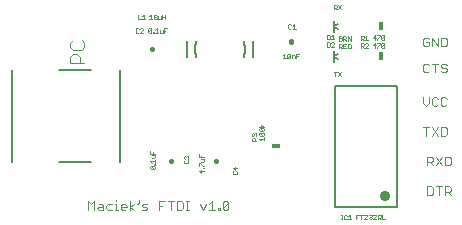
<source format=gto>
G75*
%MOIN*%
%OFA0B0*%
%FSLAX25Y25*%
%IPPOS*%
%LPD*%
%AMOC8*
5,1,8,0,0,1.08239X$1,22.5*
%
%ADD10C,0.00300*%
%ADD11C,0.00100*%
%ADD12C,0.01500*%
%ADD13C,0.00500*%
%ADD14C,0.00400*%
%ADD15C,0.00800*%
%ADD16C,0.03482*%
%ADD17C,0.00787*%
%ADD18R,0.03000X0.01500*%
%ADD19R,0.01500X0.03000*%
D10*
X0026830Y0010630D02*
X0026830Y0013532D01*
X0027798Y0012565D01*
X0028765Y0013532D01*
X0028765Y0010630D01*
X0029777Y0011114D02*
X0030260Y0010630D01*
X0031712Y0010630D01*
X0031712Y0012081D01*
X0031228Y0012565D01*
X0030260Y0012565D01*
X0030260Y0011597D02*
X0031712Y0011597D01*
X0032723Y0011114D02*
X0033207Y0010630D01*
X0034658Y0010630D01*
X0035670Y0010630D02*
X0036637Y0010630D01*
X0036154Y0010630D02*
X0036154Y0012565D01*
X0035670Y0012565D01*
X0034658Y0012565D02*
X0033207Y0012565D01*
X0032723Y0012081D01*
X0032723Y0011114D01*
X0030260Y0011597D02*
X0029777Y0011114D01*
X0036154Y0013532D02*
X0036154Y0014016D01*
X0037634Y0012081D02*
X0038118Y0012565D01*
X0039085Y0012565D01*
X0039569Y0012081D01*
X0039569Y0011597D01*
X0037634Y0011597D01*
X0037634Y0011114D02*
X0037634Y0012081D01*
X0037634Y0011114D02*
X0038118Y0010630D01*
X0039085Y0010630D01*
X0040581Y0010630D02*
X0040581Y0013532D01*
X0042032Y0012565D02*
X0040581Y0011597D01*
X0042032Y0010630D01*
X0044509Y0010630D02*
X0045961Y0010630D01*
X0046444Y0011114D01*
X0045961Y0011597D01*
X0044993Y0011597D01*
X0044509Y0012081D01*
X0044993Y0012565D01*
X0046444Y0012565D01*
X0043520Y0013049D02*
X0043520Y0014016D01*
X0043520Y0013049D02*
X0043036Y0012565D01*
X0050402Y0012081D02*
X0051370Y0012081D01*
X0050402Y0010630D02*
X0050402Y0013532D01*
X0052337Y0013532D01*
X0053349Y0013532D02*
X0055284Y0013532D01*
X0054316Y0013532D02*
X0054316Y0010630D01*
X0056295Y0010630D02*
X0057747Y0010630D01*
X0058230Y0011114D01*
X0058230Y0013049D01*
X0057747Y0013532D01*
X0056295Y0013532D01*
X0056295Y0010630D01*
X0059242Y0010630D02*
X0060209Y0010630D01*
X0059726Y0010630D02*
X0059726Y0013532D01*
X0060209Y0013532D02*
X0059242Y0013532D01*
X0064153Y0012565D02*
X0065120Y0010630D01*
X0066088Y0012565D01*
X0067099Y0012565D02*
X0068067Y0013532D01*
X0068067Y0010630D01*
X0069034Y0010630D02*
X0067099Y0010630D01*
X0070046Y0010630D02*
X0070530Y0010630D01*
X0070530Y0011114D01*
X0070046Y0011114D01*
X0070046Y0010630D01*
X0071519Y0011114D02*
X0073454Y0013049D01*
X0073454Y0011114D01*
X0072970Y0010630D01*
X0072003Y0010630D01*
X0071519Y0011114D01*
X0071519Y0013049D01*
X0072003Y0013532D01*
X0072970Y0013532D01*
X0073454Y0013049D01*
X0138430Y0038332D02*
X0140365Y0038332D01*
X0139398Y0038332D02*
X0139398Y0035430D01*
X0141377Y0035430D02*
X0143312Y0038332D01*
X0144323Y0038332D02*
X0145775Y0038332D01*
X0146258Y0037849D01*
X0146258Y0035914D01*
X0145775Y0035430D01*
X0144323Y0035430D01*
X0144323Y0038332D01*
X0141377Y0038332D02*
X0143312Y0035430D01*
X0142617Y0028412D02*
X0144552Y0025510D01*
X0145563Y0025510D02*
X0147015Y0025510D01*
X0147498Y0025994D01*
X0147498Y0027929D01*
X0147015Y0028412D01*
X0145563Y0028412D01*
X0145563Y0025510D01*
X0142617Y0025510D02*
X0144552Y0028412D01*
X0141605Y0027929D02*
X0141605Y0026961D01*
X0141121Y0026477D01*
X0139670Y0026477D01*
X0139670Y0025510D02*
X0139670Y0028412D01*
X0141121Y0028412D01*
X0141605Y0027929D01*
X0140638Y0026477D02*
X0141605Y0025510D01*
X0141121Y0018492D02*
X0139670Y0018492D01*
X0139670Y0015590D01*
X0141121Y0015590D01*
X0141605Y0016074D01*
X0141605Y0018009D01*
X0141121Y0018492D01*
X0142617Y0018492D02*
X0144552Y0018492D01*
X0143584Y0018492D02*
X0143584Y0015590D01*
X0145563Y0015590D02*
X0145563Y0018492D01*
X0147015Y0018492D01*
X0147498Y0018009D01*
X0147498Y0017041D01*
X0147015Y0016557D01*
X0145563Y0016557D01*
X0146531Y0016557D02*
X0147498Y0015590D01*
X0145775Y0045350D02*
X0144807Y0045350D01*
X0144323Y0045834D01*
X0144323Y0047769D01*
X0144807Y0048252D01*
X0145775Y0048252D01*
X0146258Y0047769D01*
X0143312Y0047769D02*
X0142828Y0048252D01*
X0141860Y0048252D01*
X0141377Y0047769D01*
X0141377Y0045834D01*
X0141860Y0045350D01*
X0142828Y0045350D01*
X0143312Y0045834D01*
X0145775Y0045350D02*
X0146258Y0045834D01*
X0140365Y0046317D02*
X0140365Y0048252D01*
X0138430Y0048252D02*
X0138430Y0046317D01*
X0139398Y0045350D01*
X0140365Y0046317D01*
X0139881Y0056510D02*
X0140365Y0056994D01*
X0139881Y0056510D02*
X0138914Y0056510D01*
X0138430Y0056994D01*
X0138430Y0058929D01*
X0138914Y0059412D01*
X0139881Y0059412D01*
X0140365Y0058929D01*
X0141377Y0059412D02*
X0143312Y0059412D01*
X0142344Y0059412D02*
X0142344Y0056510D01*
X0144323Y0056994D02*
X0144807Y0056510D01*
X0145775Y0056510D01*
X0146258Y0056994D01*
X0146258Y0057477D01*
X0145775Y0057961D01*
X0144807Y0057961D01*
X0144323Y0058445D01*
X0144323Y0058929D01*
X0144807Y0059412D01*
X0145775Y0059412D01*
X0146258Y0058929D01*
X0145775Y0065190D02*
X0144323Y0065190D01*
X0144323Y0068092D01*
X0145775Y0068092D01*
X0146258Y0067609D01*
X0146258Y0065674D01*
X0145775Y0065190D01*
X0143312Y0065190D02*
X0143312Y0068092D01*
X0141377Y0068092D02*
X0143312Y0065190D01*
X0141377Y0065190D02*
X0141377Y0068092D01*
X0140365Y0067609D02*
X0139881Y0068092D01*
X0138914Y0068092D01*
X0138430Y0067609D01*
X0138430Y0065674D01*
X0138914Y0065190D01*
X0139881Y0065190D01*
X0140365Y0065674D01*
X0140365Y0066641D01*
X0139398Y0066641D01*
D11*
X0125458Y0066001D02*
X0125458Y0065000D01*
X0125208Y0064750D01*
X0124707Y0064750D01*
X0124457Y0065000D01*
X0125458Y0066001D01*
X0125208Y0066251D01*
X0124707Y0066251D01*
X0124457Y0066001D01*
X0124457Y0065000D01*
X0123985Y0066001D02*
X0122984Y0065000D01*
X0122984Y0064750D01*
X0122261Y0064750D02*
X0122261Y0066251D01*
X0121510Y0065501D01*
X0122511Y0065501D01*
X0122984Y0066251D02*
X0123985Y0066251D01*
X0123985Y0066001D01*
X0124707Y0067310D02*
X0124457Y0067560D01*
X0125458Y0068561D01*
X0125458Y0067560D01*
X0125208Y0067310D01*
X0124707Y0067310D01*
X0124457Y0067560D02*
X0124457Y0068561D01*
X0124707Y0068811D01*
X0125208Y0068811D01*
X0125458Y0068561D01*
X0123985Y0068561D02*
X0122984Y0067560D01*
X0122984Y0067310D01*
X0122261Y0067310D02*
X0122261Y0068811D01*
X0121510Y0068061D01*
X0122511Y0068061D01*
X0122984Y0068811D02*
X0123985Y0068811D01*
X0123985Y0068561D01*
X0119998Y0067250D02*
X0118997Y0067250D01*
X0118525Y0067250D02*
X0118024Y0067750D01*
X0118274Y0067750D02*
X0117524Y0067750D01*
X0117524Y0067250D02*
X0117524Y0068751D01*
X0118274Y0068751D01*
X0118525Y0068501D01*
X0118525Y0068001D01*
X0118274Y0067750D01*
X0118997Y0068251D02*
X0119497Y0068751D01*
X0119497Y0067250D01*
X0119247Y0066191D02*
X0118997Y0065941D01*
X0119247Y0066191D02*
X0119748Y0066191D01*
X0119998Y0065941D01*
X0119998Y0065691D01*
X0118997Y0064690D01*
X0119998Y0064690D01*
X0118525Y0064690D02*
X0118024Y0065190D01*
X0118274Y0065190D02*
X0117524Y0065190D01*
X0117524Y0064690D02*
X0117524Y0066191D01*
X0118274Y0066191D01*
X0118525Y0065941D01*
X0118525Y0065441D01*
X0118274Y0065190D01*
X0114178Y0064750D02*
X0114178Y0065751D01*
X0113928Y0066001D01*
X0113177Y0066001D01*
X0113177Y0064500D01*
X0113928Y0064500D01*
X0114178Y0064750D01*
X0112705Y0064500D02*
X0111704Y0064500D01*
X0111704Y0066001D01*
X0112705Y0066001D01*
X0112204Y0065251D02*
X0111704Y0065251D01*
X0111231Y0065251D02*
X0110981Y0065000D01*
X0110230Y0065000D01*
X0110230Y0064500D02*
X0110230Y0066001D01*
X0110981Y0066001D01*
X0111231Y0065751D01*
X0111231Y0065251D01*
X0110731Y0065000D02*
X0111231Y0064500D01*
X0108718Y0064940D02*
X0107717Y0064940D01*
X0108718Y0065941D01*
X0108718Y0066191D01*
X0108468Y0066441D01*
X0107967Y0066441D01*
X0107717Y0066191D01*
X0107245Y0066191D02*
X0106994Y0066441D01*
X0106244Y0066441D01*
X0106244Y0064940D01*
X0106994Y0064940D01*
X0107245Y0065190D01*
X0107245Y0066191D01*
X0106994Y0067500D02*
X0107245Y0067750D01*
X0107245Y0068751D01*
X0106994Y0069001D01*
X0106244Y0069001D01*
X0106244Y0067500D01*
X0106994Y0067500D01*
X0107717Y0067500D02*
X0108718Y0067500D01*
X0108217Y0067500D02*
X0108217Y0069001D01*
X0107717Y0068501D01*
X0110230Y0068311D02*
X0110230Y0067310D01*
X0110481Y0067060D01*
X0110981Y0067060D01*
X0111231Y0067310D01*
X0111231Y0067811D01*
X0110731Y0067811D01*
X0111231Y0068311D02*
X0110981Y0068561D01*
X0110481Y0068561D01*
X0110230Y0068311D01*
X0111704Y0068561D02*
X0111704Y0067060D01*
X0111704Y0067560D02*
X0112454Y0067560D01*
X0112705Y0067811D01*
X0112705Y0068311D01*
X0112454Y0068561D01*
X0111704Y0068561D01*
X0113177Y0068561D02*
X0114178Y0067060D01*
X0114178Y0068561D01*
X0113177Y0068561D02*
X0113177Y0067060D01*
X0112705Y0067060D02*
X0112204Y0067560D01*
X0097071Y0062611D02*
X0096070Y0062611D01*
X0096070Y0061110D01*
X0095598Y0061110D02*
X0095598Y0061861D01*
X0095347Y0062111D01*
X0094597Y0062111D01*
X0094597Y0061110D01*
X0094124Y0061360D02*
X0093874Y0061110D01*
X0093374Y0061110D01*
X0093123Y0061360D01*
X0094124Y0062361D01*
X0094124Y0061360D01*
X0093123Y0061360D02*
X0093123Y0062361D01*
X0093374Y0062611D01*
X0093874Y0062611D01*
X0094124Y0062361D01*
X0092651Y0061110D02*
X0091650Y0061110D01*
X0092151Y0061110D02*
X0092151Y0062611D01*
X0091650Y0062111D01*
X0096070Y0061861D02*
X0096570Y0061861D01*
X0108570Y0056671D02*
X0109571Y0056671D01*
X0110043Y0056671D02*
X0111044Y0055170D01*
X0110043Y0055170D02*
X0111044Y0056671D01*
X0109071Y0056671D02*
X0109071Y0055170D01*
X0085170Y0039093D02*
X0084670Y0038342D01*
X0084169Y0039093D01*
X0083669Y0038342D02*
X0085170Y0038342D01*
X0084920Y0037870D02*
X0085170Y0037620D01*
X0085170Y0037119D01*
X0084920Y0036869D01*
X0083919Y0037870D01*
X0084920Y0037870D01*
X0083919Y0037870D02*
X0083669Y0037620D01*
X0083669Y0037119D01*
X0083919Y0036869D01*
X0084920Y0036869D01*
X0084920Y0036397D02*
X0085170Y0036146D01*
X0085170Y0035646D01*
X0084920Y0035396D01*
X0083919Y0036397D01*
X0084920Y0036397D01*
X0083919Y0036397D02*
X0083669Y0036146D01*
X0083669Y0035646D01*
X0083919Y0035396D01*
X0084920Y0035396D01*
X0085170Y0034923D02*
X0085170Y0033923D01*
X0085170Y0034423D02*
X0083669Y0034423D01*
X0084169Y0033923D01*
X0082750Y0033643D02*
X0081249Y0033643D01*
X0081249Y0034394D01*
X0081499Y0034644D01*
X0082000Y0034644D01*
X0082250Y0034394D01*
X0082250Y0033643D01*
X0082250Y0034144D02*
X0082750Y0034644D01*
X0082500Y0035117D02*
X0082750Y0035367D01*
X0082750Y0035867D01*
X0082500Y0036118D01*
X0082250Y0036118D01*
X0082000Y0035867D01*
X0082000Y0035617D01*
X0082000Y0035867D02*
X0081749Y0036118D01*
X0081499Y0036118D01*
X0081249Y0035867D01*
X0081249Y0035367D01*
X0081499Y0035117D01*
X0064420Y0028637D02*
X0064420Y0028137D01*
X0064169Y0027664D02*
X0065170Y0027664D01*
X0065170Y0026914D01*
X0064920Y0026663D01*
X0064169Y0026663D01*
X0063919Y0026191D02*
X0064920Y0025190D01*
X0065170Y0025190D01*
X0065170Y0024704D02*
X0065170Y0024454D01*
X0064920Y0024454D01*
X0064920Y0024704D01*
X0065170Y0024704D01*
X0065170Y0023731D02*
X0063669Y0023731D01*
X0064420Y0022980D01*
X0064420Y0023981D01*
X0063669Y0025190D02*
X0063669Y0026191D01*
X0063919Y0026191D01*
X0063669Y0028137D02*
X0063669Y0029138D01*
X0063669Y0028137D02*
X0065170Y0028137D01*
X0060150Y0027887D02*
X0059900Y0027637D01*
X0060150Y0027887D02*
X0060150Y0028387D01*
X0059900Y0028638D01*
X0059650Y0028638D01*
X0059400Y0028387D01*
X0059400Y0028137D01*
X0059400Y0028387D02*
X0059149Y0028638D01*
X0058899Y0028638D01*
X0058649Y0028387D01*
X0058649Y0027887D01*
X0058899Y0027637D01*
X0058899Y0027164D02*
X0058649Y0026914D01*
X0058649Y0026414D01*
X0058899Y0026163D01*
X0059900Y0026163D01*
X0060150Y0026414D01*
X0060150Y0026914D01*
X0059900Y0027164D01*
X0048930Y0026931D02*
X0047429Y0026931D01*
X0047929Y0026430D01*
X0048680Y0025944D02*
X0048930Y0025944D01*
X0048930Y0025694D01*
X0048680Y0025694D01*
X0048680Y0025944D01*
X0048930Y0026430D02*
X0048930Y0027431D01*
X0048680Y0027903D02*
X0048930Y0028154D01*
X0048930Y0028904D01*
X0047929Y0028904D01*
X0048180Y0029377D02*
X0048180Y0029877D01*
X0048930Y0029377D02*
X0047429Y0029377D01*
X0047429Y0030378D01*
X0047929Y0027903D02*
X0048680Y0027903D01*
X0048680Y0025221D02*
X0048930Y0024971D01*
X0048930Y0024471D01*
X0048680Y0024220D01*
X0047679Y0025221D01*
X0048680Y0025221D01*
X0047679Y0025221D02*
X0047429Y0024971D01*
X0047429Y0024471D01*
X0047679Y0024220D01*
X0048680Y0024220D01*
X0074889Y0024667D02*
X0075640Y0023917D01*
X0075640Y0024918D01*
X0076390Y0024667D02*
X0074889Y0024667D01*
X0075139Y0023444D02*
X0074889Y0023194D01*
X0074889Y0022694D01*
X0075139Y0022443D01*
X0076140Y0022443D01*
X0076390Y0022694D01*
X0076390Y0023194D01*
X0076140Y0023444D01*
X0110955Y0008952D02*
X0111456Y0008952D01*
X0111206Y0008952D02*
X0111206Y0007451D01*
X0111456Y0007451D02*
X0110955Y0007451D01*
X0111938Y0007701D02*
X0112188Y0007451D01*
X0112688Y0007451D01*
X0112939Y0007701D01*
X0113411Y0007451D02*
X0114412Y0007451D01*
X0113911Y0007451D02*
X0113911Y0008952D01*
X0113411Y0008452D01*
X0112939Y0008702D02*
X0112688Y0008952D01*
X0112188Y0008952D01*
X0111938Y0008702D01*
X0111938Y0007701D01*
X0115851Y0007567D02*
X0115851Y0009068D01*
X0116852Y0009068D01*
X0117325Y0009068D02*
X0118325Y0009068D01*
X0117825Y0009068D02*
X0117825Y0007567D01*
X0118798Y0007567D02*
X0119799Y0008568D01*
X0119799Y0008818D01*
X0119549Y0009068D01*
X0119048Y0009068D01*
X0118798Y0008818D01*
X0118798Y0007567D02*
X0119799Y0007567D01*
X0120271Y0007817D02*
X0120521Y0007567D01*
X0121022Y0007567D01*
X0121272Y0007817D01*
X0121272Y0008068D01*
X0121022Y0008318D01*
X0120772Y0008318D01*
X0121022Y0008318D02*
X0121272Y0008568D01*
X0121272Y0008818D01*
X0121022Y0009068D01*
X0120521Y0009068D01*
X0120271Y0008818D01*
X0121744Y0008818D02*
X0121995Y0009068D01*
X0122495Y0009068D01*
X0122745Y0008818D01*
X0122745Y0008568D01*
X0121744Y0007567D01*
X0122745Y0007567D01*
X0123218Y0007567D02*
X0123218Y0009068D01*
X0123968Y0009068D01*
X0124218Y0008818D01*
X0124218Y0008318D01*
X0123968Y0008068D01*
X0123218Y0008068D01*
X0123718Y0008068D02*
X0124218Y0007567D01*
X0124691Y0007567D02*
X0124691Y0009068D01*
X0124691Y0007567D02*
X0125692Y0007567D01*
X0116352Y0008318D02*
X0115851Y0008318D01*
X0051977Y0069670D02*
X0051977Y0071171D01*
X0052978Y0071171D01*
X0052477Y0070421D02*
X0051977Y0070421D01*
X0051505Y0070671D02*
X0051505Y0069670D01*
X0050754Y0069670D01*
X0050504Y0069920D01*
X0050504Y0070671D01*
X0049531Y0071171D02*
X0049030Y0070671D01*
X0049531Y0071171D02*
X0049531Y0069670D01*
X0050031Y0069670D02*
X0049030Y0069670D01*
X0048544Y0069670D02*
X0048294Y0069670D01*
X0048294Y0069920D01*
X0048544Y0069920D01*
X0048544Y0069670D01*
X0047821Y0069920D02*
X0047571Y0069670D01*
X0047071Y0069670D01*
X0046821Y0069920D01*
X0047821Y0070921D01*
X0047821Y0069920D01*
X0046821Y0069920D02*
X0046821Y0070921D01*
X0047071Y0071171D01*
X0047571Y0071171D01*
X0047821Y0070921D01*
X0045038Y0070861D02*
X0044788Y0071111D01*
X0044287Y0071111D01*
X0044037Y0070861D01*
X0043565Y0070861D02*
X0043314Y0071111D01*
X0042814Y0071111D01*
X0042564Y0070861D01*
X0042564Y0069860D01*
X0042814Y0069610D01*
X0043314Y0069610D01*
X0043565Y0069860D01*
X0044037Y0069610D02*
X0045038Y0070611D01*
X0045038Y0070861D01*
X0045038Y0069610D02*
X0044037Y0069610D01*
X0044351Y0074270D02*
X0043350Y0074270D01*
X0043350Y0075771D01*
X0044823Y0075271D02*
X0045324Y0075771D01*
X0045324Y0074270D01*
X0045824Y0074270D02*
X0044823Y0074270D01*
X0047070Y0074110D02*
X0048071Y0074110D01*
X0047571Y0074110D02*
X0047571Y0075611D01*
X0047070Y0075111D01*
X0048543Y0075111D02*
X0048543Y0075361D01*
X0048794Y0075611D01*
X0049294Y0075611D01*
X0049544Y0075361D01*
X0049544Y0075111D01*
X0049294Y0074861D01*
X0048794Y0074861D01*
X0048543Y0075111D01*
X0048794Y0074861D02*
X0048543Y0074610D01*
X0048543Y0074360D01*
X0048794Y0074110D01*
X0049294Y0074110D01*
X0049544Y0074360D01*
X0049544Y0074610D01*
X0049294Y0074861D01*
X0050017Y0075111D02*
X0050017Y0074360D01*
X0050267Y0074110D01*
X0051018Y0074110D01*
X0051018Y0075111D01*
X0051490Y0074861D02*
X0052491Y0074861D01*
X0052491Y0075611D02*
X0052491Y0074110D01*
X0051490Y0074110D02*
X0051490Y0075611D01*
X0093390Y0072341D02*
X0093390Y0071340D01*
X0093640Y0071090D01*
X0094141Y0071090D01*
X0094391Y0071340D01*
X0094863Y0071090D02*
X0095864Y0071090D01*
X0095364Y0071090D02*
X0095364Y0072591D01*
X0094863Y0072091D01*
X0094391Y0072341D02*
X0094141Y0072591D01*
X0093640Y0072591D01*
X0093390Y0072341D01*
X0108570Y0077490D02*
X0108570Y0078991D01*
X0109321Y0078991D01*
X0109571Y0078741D01*
X0109571Y0078241D01*
X0109321Y0077990D01*
X0108570Y0077990D01*
X0109071Y0077990D02*
X0109571Y0077490D01*
X0110043Y0077490D02*
X0111044Y0078991D01*
X0110043Y0078991D02*
X0111044Y0077490D01*
D12*
X0094360Y0066910D02*
X0094360Y0066690D01*
X0048160Y0064350D02*
X0048160Y0064130D01*
X0054250Y0026800D02*
X0054470Y0026800D01*
X0069250Y0026800D02*
X0069470Y0026800D01*
D13*
X0037470Y0026446D02*
X0037470Y0057154D01*
X0037470Y0054398D02*
X0037470Y0050068D01*
X0027628Y0057154D02*
X0016998Y0057154D01*
X0001250Y0057154D02*
X0001250Y0026446D01*
X0016998Y0026446D02*
X0027628Y0026446D01*
X0037470Y0029202D02*
X0037470Y0033532D01*
D14*
X0025383Y0059464D02*
X0020779Y0059464D01*
X0020779Y0061766D01*
X0021547Y0062533D01*
X0023081Y0062533D01*
X0023849Y0061766D01*
X0023849Y0059464D01*
X0024616Y0064068D02*
X0021547Y0064068D01*
X0020779Y0064835D01*
X0020779Y0066370D01*
X0021547Y0067137D01*
X0024616Y0067137D02*
X0025383Y0066370D01*
X0025383Y0064835D01*
X0024616Y0064068D01*
D15*
X0108691Y0063611D02*
X0108691Y0061800D01*
X0109911Y0062720D01*
X0108691Y0061800D02*
X0108691Y0059989D01*
X0109911Y0060940D02*
X0108752Y0061700D01*
X0108691Y0069989D02*
X0108691Y0071800D01*
X0109911Y0072720D01*
X0108691Y0073611D02*
X0108691Y0071800D01*
X0108752Y0071700D02*
X0109911Y0070940D01*
X0109124Y0051879D02*
X0109124Y0011721D01*
X0129596Y0011721D01*
X0129596Y0051879D01*
X0109124Y0051879D01*
D16*
X0125758Y0015265D03*
D17*
X0081664Y0061681D02*
X0081664Y0066799D01*
X0062766Y0066799D02*
X0062707Y0066608D01*
X0062652Y0066415D01*
X0062602Y0066222D01*
X0062556Y0066027D01*
X0062515Y0065831D01*
X0062479Y0065634D01*
X0062448Y0065436D01*
X0062421Y0065238D01*
X0062400Y0065039D01*
X0062383Y0064840D01*
X0062371Y0064640D01*
X0062363Y0064440D01*
X0062361Y0064240D01*
X0062363Y0064040D01*
X0062371Y0063840D01*
X0062383Y0063640D01*
X0062400Y0063441D01*
X0062421Y0063242D01*
X0062448Y0063044D01*
X0062479Y0062846D01*
X0062515Y0062649D01*
X0062556Y0062453D01*
X0062602Y0062258D01*
X0062652Y0062065D01*
X0062707Y0061872D01*
X0062766Y0061681D01*
X0059617Y0061681D02*
X0059617Y0066799D01*
X0078514Y0066799D02*
X0078573Y0066608D01*
X0078628Y0066415D01*
X0078678Y0066222D01*
X0078724Y0066027D01*
X0078765Y0065831D01*
X0078801Y0065634D01*
X0078832Y0065436D01*
X0078859Y0065238D01*
X0078880Y0065039D01*
X0078897Y0064840D01*
X0078909Y0064640D01*
X0078917Y0064440D01*
X0078919Y0064240D01*
X0078917Y0064040D01*
X0078909Y0063840D01*
X0078897Y0063640D01*
X0078880Y0063441D01*
X0078859Y0063242D01*
X0078832Y0063044D01*
X0078801Y0062846D01*
X0078765Y0062649D01*
X0078724Y0062453D01*
X0078678Y0062258D01*
X0078628Y0062065D01*
X0078573Y0061872D01*
X0078514Y0061681D01*
D18*
X0089360Y0031800D03*
D19*
X0124360Y0061800D03*
X0124360Y0071800D03*
M02*

</source>
